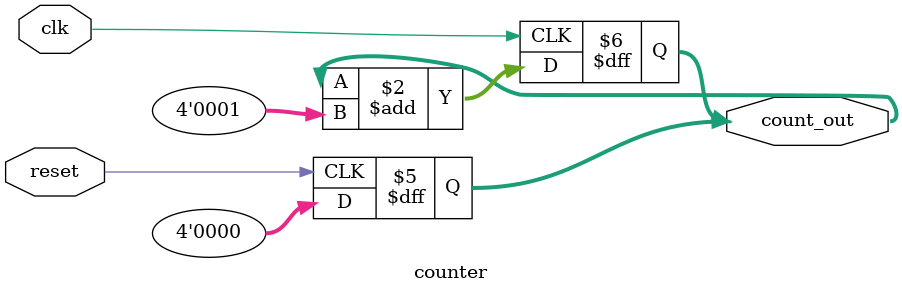
<source format=v>



module counter (input clk,
                input reset,
                output reg [3:0] count_out = 4'b1);

   always @(posedge clk) begin
      count_out <= count_out + 4'b1;
   end

   always @(negedge reset) begin
      count_out <= 4'b0;
   end


endmodule




</source>
